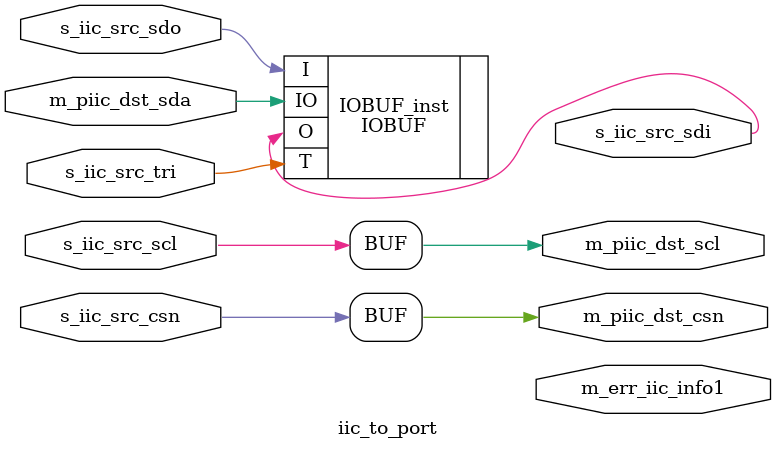
<source format=v>
`timescale 1ns / 1ps
/*
           
 <details> 
           
```verilog
*/
// *******************************************************************************
// Company: Fpga Publish
// Engineer: FP 
// 
// Create Date: 2023/12/23 12:55:51
// Design Name: 
// Module Name: iic_to_port
// Project Name: 
// Target Devices: ZYNQ7010 | XCZU2CG | Kintex7
// Tool Versions: 2021.1 || 2022.2
// Description: 
//         * 
// Dependencies: 
//         * 
// Revision: 0.01 
// Revision 0.01 - File Created
// Additional Comments:
// 
// *******************************************************************************
module iic_to_port #(
    //sim mode
    parameter MD_SIM_ABLE = 0,
    //error info
    parameter WD_ERR_INFO = 4
   )(
    //iic 
    input   s_iic_src_csn,
    input   s_iic_src_scl,
    input   s_iic_src_sdo,
    input   s_iic_src_tri,
    output  s_iic_src_sdi,
    //iic port
    output  m_piic_dst_csn,
    output  m_piic_dst_scl,
    inout   m_piic_dst_sda,
    //error info feedback
    output   [WD_ERR_INFO-1:0]  m_err_iic_info1
);
//========================================================
//function to math and logic

//========================================================
//localparam to converation and calculate

//========================================================
//register and wire to time sequence and combine

//========================================================
//always and assign to drive logic and connect
assign m_piic_dst_csn = s_iic_src_csn;
assign m_piic_dst_scl = s_iic_src_scl;
IOBUF #(
    .DRIVE(12), // Specify the output drive strength
    .IBUF_LOW_PWR("TRUE"),  // Low Power - "TRUE", High Performance = "FALSE" 
    .IOSTANDARD("DEFAULT"), // Specify the I/O standard
    .SLEW("SLOW") // Specify the output slew rate
) IOBUF_inst (
    .O (s_iic_src_sdi),     // Buffer output
    .IO(m_piic_dst_sda),     // Buffer inout port (connect directly to top-level port)
    .I (s_iic_src_sdo),     // Buffer input
    .T (s_iic_src_tri)      // 3-state enable input, high=input, low=output
);
//========================================================
//module and task to build part of system

//========================================================
//expand and plug-in part with version 

//========================================================
//ila and vio to debug and monitor

endmodule
              
/* end verilog
```           
              
 </details>   
              
## sim        
              
*/            
</source>
